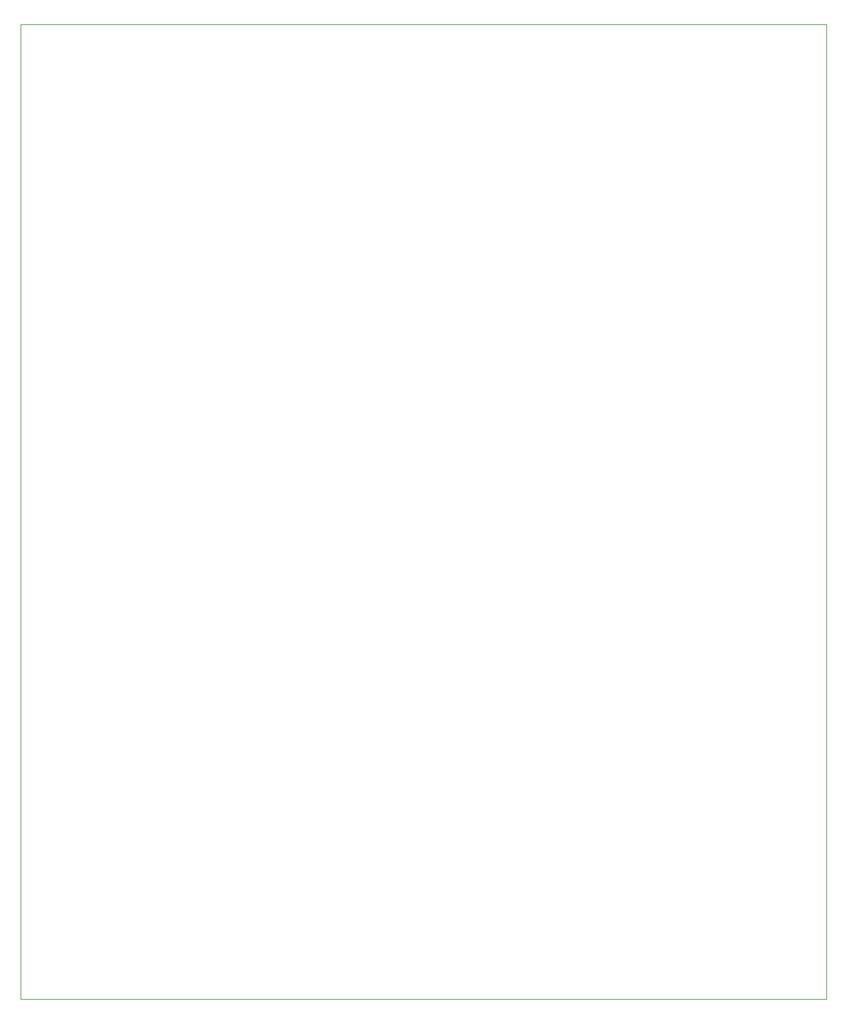
<source format=gbr>
%TF.GenerationSoftware,KiCad,Pcbnew,7.0.6*%
%TF.CreationDate,2023-08-06T21:34:41+02:00*%
%TF.ProjectId,Macropad,4d616372-6f70-4616-942e-6b696361645f,rev?*%
%TF.SameCoordinates,Original*%
%TF.FileFunction,Profile,NP*%
%FSLAX46Y46*%
G04 Gerber Fmt 4.6, Leading zero omitted, Abs format (unit mm)*
G04 Created by KiCad (PCBNEW 7.0.6) date 2023-08-06 21:34:41*
%MOMM*%
%LPD*%
G01*
G04 APERTURE LIST*
%TA.AperFunction,Profile*%
%ADD10C,0.100000*%
%TD*%
G04 APERTURE END LIST*
D10*
X25400000Y-50800000D02*
X134620000Y-50800000D01*
X134620000Y-182880000D01*
X25400000Y-182880000D01*
X25400000Y-50800000D01*
M02*

</source>
